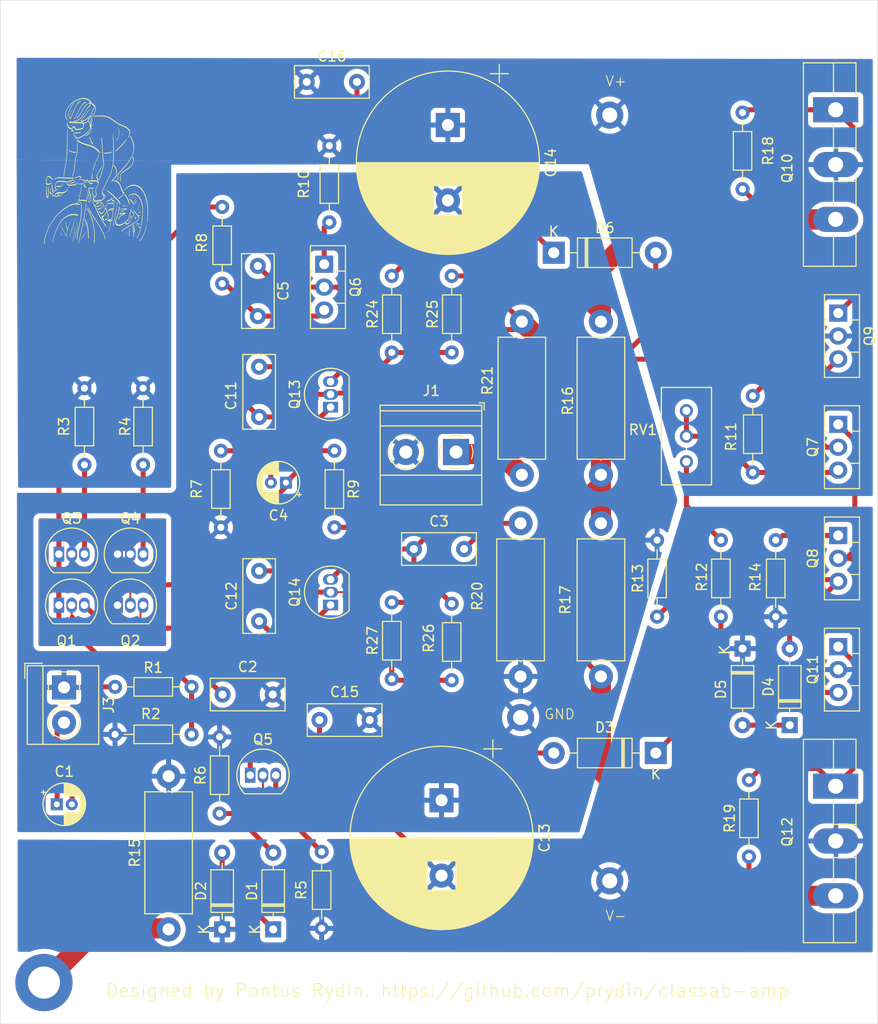
<source format=kicad_pcb>
(kicad_pcb (version 20240108) (generator "pcbnew") (generator_version "8.0")
  (layers (0 "F.Cu" signal) (31 "B.Cu" signal) (34 "B.Paste" user) (35 "F.Paste" user) (36 "B.SilkS" user "B.Silkscreen") (37 "F.SilkS" user "F.Silkscreen") (38 "B.Mask" user) (39 "F.Mask" user) (44 "Edge.Cuts" user))
  (net 0 "")
  (net 1 "Net-(D1-A)")
  (net 2 "Net-(D1-K)")
  (net 3 "Net-(D3-A)")
  (net 4 "Net-(D3-K)")
  (net 5 "Net-(D4-K)")
  (net 6 "Net-(D4-A)")
  (net 7 "Net-(Q1-B)")
  (net 8 "Net-(Q1-C)")
  (net 9 "Net-(Q1-E)")
  (net 10 "Net-(Q2-B)")
  (net 11 "Net-(Q3-E)")
  (net 12 "Net-(Q4-E)")
  (net 13 "Net-(Q5-E)")
  (net 14 "Net-(Q6-E)")
  (net 15 "Net-(Q6-B)")
  (net 16 "Net-(Q7-B)")
  (net 17 "Net-(Q10-E)")
  (net 18 "Net-(Q10-B)")
  (net 19 "Net-(Q8-E)")
  (net 20 "Net-(Q11-E)")
  (net 21 "Net-(Q12-E)")
  (net 22 "Net-(C1-Pad2)")
  (net 23 "Net-(C4-Pad2)")
  (net 24 "/INPUT")
  (net 25 "GND")
  (net 26 "Net-(C3-Pad2)")
  (net 27 "B+")
  (net 28 "B-")
  (net 29 "Net-(D6-A)")
  (net 30 "Net-(D6-K)")
  (net 31 "Net-(Q13-E)")
  (net 32 "Net-(Q13-B)")
  (net 33 "Net-(Q14-B)")
  (net 34 "Net-(R12-Pad1)")
  (net 35 "/SPEAKER")
  (net 36 "CHASSIS")
  (net 37 "/LTP COM")
  (footprint "MountingHole:MountingHole_2.1mm" (layer "F.Cu") (at 268 35)
    (property "Reference" "REF**" (hide yes))
    (property "Value" "MountingHole_2.1mm" (hide yes))
  )
  (footprint "Diode_THT:D_DO-35_SOD27_P7.62mm_Horizontal" (layer "F.Cu") (at 262.763 103.886 90)
    (property "Reference" "D4")
    (property "Value" "1N4148")
  )
  (footprint "Resistor_THT:R_Axial_DIN0414_L11.9mm_D4.5mm_P15.24mm_Horizontal" (layer "F.Cu") (at 243.963 63.732 -90)
    (property "Reference" "R16")
    (property "Value" "0.22")
  )
  (footprint "Package_TO_SOT_THT:TO-92_Inline" (layer "F.Cu") (at 209.042 108.866)
    (property "Reference" "Q5")
    (property "Value" "BC547")
  )
  (footprint "Resistor_THT:R_Axial_DIN0414_L11.9mm_D4.5mm_P15.24mm_Horizontal" (layer "F.Cu") (at 200.914 124.206 90)
    (property "Reference" "R15")
    (property "Value" "10")
  )
  (footprint "Resistor_THT:R_Axial_DIN0204_L3.6mm_D1.6mm_P7.62mm_Horizontal" (layer "F.Cu") (at 206.121 84.201 90)
    (property "Reference" "R7")
    (property "Value" "1k")
  )
  (footprint "Resistor_THT:R_Axial_DIN0204_L3.6mm_D1.6mm_P7.62mm_Horizontal" (layer "F.Cu") (at 223.135 99.292 90)
    (property "Reference" "R27")
    (property "Value" "1k")
  )
  (footprint "Resistor_THT:R_Axial_DIN0204_L3.6mm_D1.6mm_P7.62mm_Horizontal" (layer "F.Cu") (at 223.135 66.802 90)
    (property "Reference" "R24")
    (property "Value" "1k")
  )
  (footprint "Package_TO_SOT_THT:TO-92_Inline" (layer "F.Cu") (at 189.992 86.868)
    (property "Reference" "Q3")
    (property "Value" "BC557")
  )
  (footprint "Capacitor_THT:CP_Radial_D4.0mm_P1.50mm" (layer "F.Cu") (at 189.777401 111.76)
    (property "Reference" "C1")
    (property "Value" "33u")
  )
  (footprint "MountingHole:MountingHole_2.1mm" (layer "F.Cu") (at 267 129.5)
    (property "Reference" "REF**" (hide yes))
    (property "Value" "MountingHole_2.1mm" (hide yes))
  )
  (footprint "Resistor_THT:R_Axial_DIN0204_L3.6mm_D1.6mm_P7.62mm_Horizontal" (layer "F.Cu") (at 216.916 46.228 -90)
    (property "Reference" "R10")
    (property "Value" "1k")
  )
  (footprint "Capacitor_THT:CP_Radial_D4.0mm_P1.50mm" (layer "F.Cu") (at 212.598 79.756 180)
    (property "Reference" "C4")
    (property "Value" "220u")
  )
  (footprint "Resistor_THT:R_Axial_DIN0204_L3.6mm_D1.6mm_P7.62mm_Horizontal" (layer "F.Cu") (at 206.248 59.944 90)
    (property "Reference" "R8")
    (property "Value" "1k")
  )
  (footprint "" (layer "F.Cu") (at 243.84 119.38)
    (property "Reference" "")
    (property "Value" "")
  )
  (footprint "Capacitor_THT:C_Rect_L7.2mm_W3.0mm_P5.00mm_FKS2_FKP2_MKS2_MKP2" (layer "F.Cu") (at 219.67 39.878 180)
    (property "Reference" "C16")
    (property "Value" "100n")
  )
  (footprint "Resistor_THT:R_Axial_DIN0204_L3.6mm_D1.6mm_P7.62mm_Horizontal" (layer "F.Cu") (at 258.699 116.967 90)
    (property "Reference" "R19")
    (property "Value" "1.5k")
  )
  (footprint "" (layer "F.Cu") (at 234.966 103.124)
    (property "Reference" "")
    (property "Value" "")
  )
  (footprint "Package_TO_SOT_THT:TO-92_Inline" (layer "F.Cu") (at 217.039 72.241 90)
    (property "Reference" "Q13")
    (property "Value" "BC547")
  )
  (footprint "Package_TO_SOT_THT:TO-92_Inline" (layer "F.Cu") (at 195.834 91.948)
    (property "Reference" "Q2")
    (property "Value" "BC547")
  )
  (footprint "Diode_THT:D_DO-41_SOD81_P10.16mm_Horizontal" (layer "F.Cu") (at 239.264 56.874)
    (property "Reference" "D6")
    (property "Value" "1N4001")
  )
  (footprint "" (layer "F.Cu") (at 243.84 43.18)
    (property "Reference" "")
    (property "Value" "")
  )
  (footprint "Resistor_THT:R_Axial_DIN0204_L3.6mm_D1.6mm_P7.62mm_Horizontal" (layer "F.Cu") (at 217.424 76.581 -90)
    (property "Reference" "R9")
    (property "Value" "22k")
  )
  (footprint "Package_TO_SOT_THT:TO-264-3_Vertical" (layer "F.Cu") (at 267.34 42.6495 -90)
    (property "Reference" "Q10")
    (property "Value" "MJL3218C")
  )
  (footprint "Diode_THT:D_DO-35_SOD27_P7.62mm_Horizontal" (layer "F.Cu") (at 211.328 124.206 90)
    (property "Reference" "D1")
    (property "Value" "1N4148")
  )
  (footprint "Capacitor_THT:C_Rect_L7.2mm_W3.0mm_P5.00mm_FKS2_FKP2_MKS2_MKP2" (layer "F.Cu") (at 209.927 73.217 90)
    (property "Reference" "C11")
    (property "Value" "470p")
  )
  (footprint "Resistor_THT:R_Axial_DIN0204_L3.6mm_D1.6mm_P7.62mm_Horizontal" (layer "F.Cu") (at 205.994 112.676 90)
    (property "Reference" "R6")
    (property "Value" "47k")
  )
  (footprint "LOGO" (layer "F.Cu") (at 193.548 48.768)
    (property "Reference" "PIC1" (hide yes))
    (property "Value" "LOGO" (hide yes))
  )
  (footprint "" (layer "F.Cu") (at 187.5 129.5)
    (property "Reference" "")
    (property "Value" "")
  )
  (footprint "Resistor_THT:R_Axial_DIN0204_L3.6mm_D1.6mm_P7.62mm_Horizontal" (layer "F.Cu") (at 255.905 85.471 -90)
    (property "Reference" "R12")
    (property "Value" "6.8k")
  )
  (footprint "Resistor_THT:R_Axial_DIN0204_L3.6mm_D1.6mm_P7.62mm_Horizontal" (layer "F.Cu") (at 249.555 93.091 90)
    (property "Reference" "R13")
    (property "Value" "47k")
  )
  (footprint "Resistor_THT:R_Axial_DIN0204_L3.6mm_D1.6mm_P7.62mm_Horizontal" (layer "F.Cu") (at 229.108 66.802 90)
    (property "Reference" "R25")
    (property "Value" "8.2k")
  )
  (footprint "TerminalBlock_4Ucon:TerminalBlock_4Ucon_1x02_P3.50mm_Horizontal" (layer "F.Cu") (at 190.5 100.132 -90)
    (property "Reference" "J3")
    (property "Value" "INPUT")
  )
  (footprint "Resistor_THT:R_Axial_DIN0204_L3.6mm_D1.6mm_P7.62mm_Horizontal" (layer "F.Cu") (at 261.366 85.471 -90)
    (property "Reference" "R14")
    (property "Value" "1k")
  )
  (footprint "Resistor_THT:R_Axial_DIN0204_L3.6mm_D1.6mm_P7.62mm_Horizontal" (layer "F.Cu") (at 198.374 70.358 -90)
    (property "Reference" "R4")
    (property "Value" "1k")
  )
  (footprint "Capacitor_THT:C_Rect_L7.2mm_W3.0mm_P5.00mm_FKS2_FKP2_MKS2_MKP2" (layer "F.Cu") (at 209.927 93.537 90)
    (property "Reference" "C12")
    (property "Value" "470p")
  )
  (footprint "TerminalBlock_Phoenix:TerminalBlock_Phoenix_MKDS-1,5-2_1x02_P5.00mm_Horizontal" (layer "F.Cu") (at 229.536 76.708 180)
    (property "Reference" "J1")
    (property "Value" "SPEAKER")
  )
  (footprint "Capacitor_THT:C_Rect_L7.2mm_W3.0mm_P5.00mm_FKS2_FKP2_MKS2_MKP2" (layer "F.Cu") (at 209.8 63.184 90)
    (property "Reference" "C5")
    (property "Value" "50p")
  )
  (footprint "Resistor_THT:R_Axial_DIN0414_L11.9mm_D4.5mm_P15.24mm_Horizontal" (layer "F.Cu") (at 235.962 83.798 -90)
    (property "Reference" "R20")
    (property "Value" "10")
  )
  (footprint "Package_TO_SOT_THT:TO-264-3_Vertical" (layer "F.Cu") (at 267.34 109.9595 -90)
    (property "Reference" "Q12")
    (property "Value" "MJL1302C")
  )
  (footprint "Package_TO_SOT_THT:TO-92_Inline" (layer "F.Cu") (at 195.834 86.868)
    (property "Reference" "Q4")
    (property "Value" "BC557")
  )
  (footprint "Capacitor_THT:CP_Radial_D18.0mm_P7.50mm" (layer "F.Cu") (at 228.088 111.357 -90)
    (property "Reference" "C13")
    (property "Value" "4700u")
  )
  (footprint "Package_TO_SOT_THT:TO-92_Inline" (layer "F.Cu") (at 189.987 91.948)
    (property "Reference" "Q1")
    (property "Value" "BC547")
  )
  (footprint "Capacitor_THT:C_Rect_L7.2mm_W3.0mm_P5.00mm_FKS2_FKP2_MKS2_MKP2" (layer "F.Cu") (at 215.94 103.378)
    (property "Reference" "C15")
    (property "Value" "100n")
  )
  (footprint "Package_TO_SOT_THT:TO-92_Inline" (layer "F.Cu") (at 217.039 91.926 90)
    (property "Reference" "Q14")
    (property "Value" "BC557")
  )
  (footprint "Diode_THT:D_DO-35_SOD27_P7.62mm_Horizontal" (layer "F.Cu") (at 206.248 124.206 90)
    (property "Reference" "D2")
    (property "Value" "1N4148")
  )
  (footprint "Capacitor_THT:C_Rect_L7.2mm_W3.0mm_P5.00mm_FKS2_FKP2_MKS2_MKP2" (layer "F.Cu") (at 206.288 100.838)
    (property "Reference" "C2")
    (property "Value" "220p")
  )
  (footprint "Capacitor_THT:CP_Radial_D18.0mm_P7.50mm" (layer "F.Cu") (at 228.723 44.167 -90)
    (property "Reference" "C14")
    (property "Value" "4700u")
  )
  (footprint "MountingHole:MountingHole_2.1mm" (layer "F.Cu") (at 188.5 35)
    (property "Reference" "REF**" (hide yes))
    (property "Value" "MountingHole_2.1mm" (hide yes))
  )
  (footprint "footprints:TRIM_T93YA103KT20" (layer "F.Cu") (at 252.476 75.132)
    (property "Reference" "RV1")
    (property "Value" "10k")
  )
  (footprint "Resistor_THT:R_Axial_DIN0204_L3.6mm_D1.6mm_P7.62mm_Horizontal" (layer "F.Cu") (at 203.2 104.802 180)
    (property "Reference" "R2")
    (property "Value" "22k")
  )
  (footprint "Package_TO_SOT_THT:TO-126-3_Vertical" (layer "F.Cu") (at 267.59 96.0755 -90)
    (property "Reference" "Q11")
    (property "Value" "BD140")
  )
  (footprint "Resistor_THT:R_Axial_DIN0204_L3.6mm_D1.6mm_P7.62mm_Horizontal" (layer "F.Cu") (at 229.104 91.799 -90)
    (property "Reference" "R26")
    (property "Value" "8.2k")
  )
  (footprint "Resistor_THT:R_Axial_DIN0414_L11.9mm_D4.5mm_P15.24mm_Horizontal" (layer "F.Cu") (at 243.963 83.798 -90)
    (property "Reference" "R17")
    (property "Value" "0.22")
  )
  (footprint "Diode_THT:D_DO-35_SOD27_P7.62mm_Horizontal" (layer "F.Cu") (at 258.064 96.266 -90)
    (property "Reference" "D5")
    (property "Value" "1N4148")
  )
  (footprint "Package_TO_SOT_THT:TO-126-3_Vertical" (layer "F.Cu") (at 267.59 73.9475 -90)
    (property "Reference" "Q7")
    (property "Value" "BD139")
  )
  (footprint "Resistor_THT:R_Axial_DIN0204_L3.6mm_D1.6mm_P7.62mm_Horizontal" (layer "F.Cu") (at 259.08 71.12 -90)
    (property "Reference" "R11")
    (property "Value" "22k")
  )
  (footprint "Package_TO_SOT_THT:TO-126-3_Vertical" (layer "F.Cu") (at 267.59 85.0115 -90)
    (property "Reference" "Q8")
    (property "Value" "BD139")
  )
  (footprint "Resistor_THT:R_Axial_DIN0204_L3.6mm_D1.6mm_P7.62mm_Horizontal" (layer "F.Cu") (at 192.532 70.358 -90)
    (property "Reference" "R3")
    (property "Value" "1k")
  )
  (footprint "Resistor_THT:R_Axial_DIN0204_L3.6mm_D1.6mm_P7.62mm_Horizontal" (layer "F.Cu") (at 258.064 42.926 -90)
    (property "Reference" "R18")
    (property "Value" "1.5k")
  )
  (footprint "Package_TO_SOT_THT:TO-126-3_Vertical" (layer "F.Cu") (at 216.404 58.017 -90)
    (property "Reference" "Q6")
    (property "Value" "BD140")
  )
  (footprint "Capacitor_THT:C_Rect_L7.2mm_W3.0mm_P5.00mm_FKS2_FKP2_MKS2_MKP2" (layer "F.Cu") (at 225.338 86.36)
    (property "Reference" "C3")
    (property "Value" "100n")
  )
  (footprint "Resistor_THT:R_Axial_DIN0204_L3.6mm_D1.6mm_P7.62mm_Horizontal" (layer "F.Cu") (at 216.154 116.486 -90)
    (property "Reference" "R5")
    (property "Value" "2.2k")
  )
  (footprint "Resistor_THT:R_Axial_DIN0414_L11.9mm_D4.5mm_P15.24mm_Horizontal" (layer "F.Cu") (at 236.089 63.732 -90)
    (property "Reference" "R21")
    (property "Value" "10")
  )
  (footprint "Resistor_THT:R_Axial_DIN0204_L3.6mm_D1.6mm_P7.62mm_Horizontal" (layer "F.Cu") (at 195.58 100.076)
    (property "Reference" "R1")
    (property "Value" "2.2k")
  )
  (footprint "Package_TO_SOT_THT:TO-126-3_Vertical" (layer "F.Cu") (at 267.59 62.8835 -90)
    (property "Reference" "Q9")
    (property "Value" "BD139")
  )
  (footprint "Diode_THT:D_DO-41_SOD81_P10.16mm_Horizontal" (layer "F.Cu") (at 249.424 106.658 180)
    (property "Reference" "D3")
    (property "Value" "1N4001")
  )
  (gr_rect (start 184.15 31.75) (end 271.526 133.604) (stroke (width 0.05)) (fill none) (layer "Edge.Cuts"))
  (gr_text "V+" (at 244.348 40.386 0) (layer "F.SilkS") (effects (font (size 1 1) (thickness 0.1)) (justify left bottom)))
  (gr_text "V-" (at 244.348 123.444 0) (layer "F.SilkS") (effects (font (size 1 1) (thickness 0.1)) (justify left bottom)))
  (gr_text "Designed by Pontus Rydin. https://github.com/prydin/classab-amp" (at 194.564 131.064 0) (layer "F.SilkS") (effects (font (size 1.3 1.3) (thickness 0.1)) (justify left bottom)))
  (gr_text "GND" (at 238.252 103.378 0) (layer "F.SilkS") (effects (font (size 1 1) (thickness 0.1)) (justify left bottom)))
  (segment (start 210.312 108.866) (end 210.312 110.366) (width 0.2) (layer "F.Cu") (net 1))
  (segment (start 211.328 116.586) (end 208.534 113.792) (width 0.5) (layer "F.Cu") (net 1))
  (segment (start 208.534 112.676) (end 205.994 112.676) (width 0.5) (layer "F.Cu") (net 1))
  (segment (start 208.534 113.792) (end 208.534 112.676) (width 0.5) (layer "F.Cu") (net 1))
  (segment (start 210.312 110.898) (end 208.534 112.676) (width 0.5) (layer "F.Cu") (net 1))
  (segment (start 210.312 110.366) (end 210.312 110.898) (width 0.5) (layer "F.Cu") (net 1))
  (segment (start 206.248 116.586) (end 206.248 119.126) (width 0.5) (layer "F.Cu") (net 2))
  (segment (start 206.248 119.126) (end 211.328 124.206) (width 0.5) (layer "F.Cu") (net 2))
  (segment (start 214.372 97.768) (end 214.372 94.593) (width 0.5) (layer "F.Cu") (net 3))
  (segment (start 223.77 101.6) (end 218.204 101.6) (width 0.5) (layer "F.Cu") (net 3))
  (segment (start 235.2 106.658) (end 232.682 104.14) (width 0.5) (layer "F.Cu") (net 3))
  (segment (start 217.034 91.931) (end 217.039 91.931) (width 0.5) (layer "F.Cu") (net 3))
  (segment (start 214.158 97.768) (end 209.927 93.537) (width 0.5) (layer "F.Cu") (net 3))
  (segment (start 239.264 106.658) (end 235.2 106.658) (width 0.5) (layer "F.Cu") (net 3))
  (segment (start 232.682 104.14) (end 226.31 104.14) (width 0.5) (layer "F.Cu") (net 3))
  (segment (start 214.372 97.768) (end 214.158 97.768) (width 0.5) (layer "F.Cu") (net 3))
  (segment (start 218.204 101.6) (end 214.372 97.768) (width 0.5) (layer "F.Cu") (net 3))
  (segment (start 214.372 94.593) (end 217.034 91.931) (width 0.5) (layer "F.Cu") (net 3))
  (segment (start 226.31 104.14) (end 223.77 101.6) (width 0.5) (layer "F.Cu") (net 3))
  (segment (start 265.685 100.0405) (end 266.28 100.6355) (width 0.5) (layer "F.Cu") (net 4))
  (segment (start 255.424 100.658) (end 264.722 100.658) (width 0.5) (layer "F.Cu") (net 4))
  (segment (start 266.28 100.6355) (end 267.59 100.6355) (width 0.5) (layer "F.Cu") (net 4))
  (segment (start 269.241 75.5535) (end 267.635 73.9475) (width 0.5) (layer "F.Cu") (net 4))
  (segment (start 255.905 100.177) (end 255.257 100.825) (width 0.5) (layer "F.Cu") (net 4))
  (segment (start 267.59 87.2915) (end 268.9 87.2915) (width 0.5) (layer "F.Cu") (net 4))
  (segment (start 269.24 86.4425) (end 269.24 84.0305) (width 0.5) (layer "F.Cu") (net 4))
  (segment (start 264.722 100.658) (end 265.685 99.695) (width 0.5) (layer "F.Cu") (net 4))
  (segment (start 269.241 84.0295) (end 269.241 75.5535) (width 0.5) (layer "F.Cu") (net 4))
  (segment (start 267.635 73.9475) (end 267.59 73.9475) (width 0.5) (layer "F.Cu") (net 4))
  (segment (start 269.24 87.6315) (end 269.24 91.1705) (width 0.5) (layer "F.Cu") (net 4))
  (segment (start 255.905 93.091) (end 255.905 100.177) (width 0.5) (layer "F.Cu") (net 4))
  (segment (start 249.424 106.658) (end 255.257 100.825) (width 0.5) (layer "F.Cu") (net 4))
  (segment (start 267.59 87.2915) (end 268.391 87.2915) (width 0.5) (layer "F.Cu") (net 4))
  (segment (start 269.24 84.0305) (end 269.241 84.0295) (width 0.5) (layer "F.Cu") (net 4))
  (segment (start 265.685 99.695) (end 265.685 100.0405) (width 0.5) (layer "F.Cu") (net 4))
  (segment (start 268.9 87.2915) (end 269.24 87.6315) (width 0.5) (layer "F.Cu") (net 4))
  (segment (start 269.24 91.1705) (end 265.685 94.7255) (width 0.5) (layer "F.Cu") (net 4))
  (segment (start 265.685 94.7255) (end 265.685 99.695) (width 0.5) (layer "F.Cu") (net 4))
  (segment (start 268.391 87.2915) (end 269.24 86.4425) (width 0.5) (layer "F.Cu") (net 4))
  (segment (start 255.257 100.825) (end 255.424 100.658) (width 0.5) (layer "F.Cu") (net 4))
  (segment (start 262.763 103.886) (end 258.064 103.886) (width 0.5) (layer "F.Cu") (net 5))
  (segment (start 262.763 94.3985) (end 267.59 89.5715) (width 0.5) (layer "F.Cu") (net 6))
  (segment (start 249.555 93.091) (end 253.238 89.408) (width 0.5) (layer "F.Cu") (net 6))
  (segment (start 267.4265 89.408) (end 267.59 89.5715) (width 0.5) (layer "F.Cu") (net 6))
  (segment (start 253.238 89.408) (end 267.4265 89.408) (width 0.5) (layer "F.Cu") (net 6))
  (segment (start 262.763 96.901) (end 262.763 94.3985) (width 0.5) (layer "F.Cu") (net 6))
  (segment (start 206.288 100.838) (end 203.748 98.298) (width 0.5) (layer "F.Cu") (net 7))
  (segment (start 195.2244 98.298) (end 191.3332 94.4068) (width 0.5) (layer "F.Cu") (net 7))
  (segment (start 201.93 98.298) (end 195.2244 98.298) (width 0.5) (layer "F.Cu") (net 7))
  (segment (start 191.3332 94.4068) (end 191.3332 93.1418) (width 0.5) (layer "F.Cu") (net 7))
  (segment (start 191.257 91.948) (end 191.257 93.0656) (width 0.2) (layer "F.Cu") (net 7))
  (segment (start 191.257 93.0656) (end 191.3332 93.1418) (width 0.2) (layer "F.Cu") (net 7))
  (segment (start 203.748 98.298) (end 201.93 98.298) (width 0.5) (layer "F.Cu") (net 7))
  (segment (start 201.93 98.806) (end 201.93 98.298) (width 0.5) (layer "F.Cu") (net 7))
  (segment (start 203.2 104.548) (end 203.2 100.076) (width 0.5) (layer "F.Cu") (net 7))
  (segment (start 203.2 100.076) (end 201.93 98.806) (width 0.5) (layer "F.Cu") (net 7))
  (segment (start 189.982 91.948) (end 189.982 90.175) (width 0.5) (layer "F.Cu") (net 8))
  (segment (start 206.248 52.324) (end 204.216 52.324) (width 0.5) (layer "F.Cu") (net 8))
  (segment (start 189.728 91.694) (end 189.982 91.948) (width 0.5) (layer "F.Cu") (net 8))
  (segment (start 189.982 90.175) (end 189.987 90.17) (width 0.5) (layer "F.Cu") (net 8))
  (segment (start 189.987 90.17) (end 189.987 91.948) (width 0.2) (layer "F.Cu") (net 8))
  (segment (start 204.216 52.324) (end 189.987 66.553) (width 0.5) (layer "F.Cu") (net 8))
  (segment (start 189.987 66.553) (end 189.987 93.218) (width 0.5) (layer "F.Cu") (net 8))
  (segment (start 192.527 91.948) (end 193.289 92.71) (width 0.2) (layer "F.Cu") (net 9))
  (segment (start 209.037 97.531) (end 205.74 94.234) (width 0.5) (layer "F.Cu") (net 9))
  (segment (start 209.037 108.866) (end 209.037 97.531) (width 0.5) (layer "F.Cu") (net 9))
  (segment (start 198.115 94.234) (end 194.813 94.234) (width 0.5) (layer "F.Cu") (net 9))
  (segment (start 198.115 91.948) (end 198.115 94.234) (width 0.2) (layer "F.Cu") (net 9))
  (segment (start 205.74 94.234) (end 198.115 94.234) (width 0.5) (layer "F.Cu") (net 9))
  (segment (start 192.532 91.953) (end 192.532 91.948) (width 0.5) (layer "F.Cu") (net 9))
  (segment (start 193.289 92.71) (end 192.532 91.953) (width 0.5) (layer "F.Cu") (net 9))
  (segment (start 193.289 92.71) (end 194.813 94.234) (width 0.5) (layer "F.Cu") (net 9))
  (segment (start 197.104 89.916) (end 197.104 90.448) (width 0.5) (layer "F.Cu") (net 10))
  (segment (start 197.104 90.448) (end 197.104 91.948) (width 0.2) (layer "F.Cu") (net 10))
  (segment (start 212.598 80.165189) (end 202.847189 89.916) (width 0.5) (layer "F.Cu") (net 10))
  (segment (start 217.424 76.581) (end 215.773 76.581) (width 0.5) (layer "F.Cu") (net 10))
  (segment (start 202.847189 89.916) (end 197.104 89.916) (width 0.5) (layer "F.Cu") (net 10))
  (segment (start 215.773 76.581) (end 212.598 79.756) (width 0.5) (layer "F.Cu") (net 10))
  (segment (start 212.598 79.756) (end 212.598 80.165189) (width 0.5) (layer "F.Cu") (net 10))
  (segment (start 192.537 77.983) (end 192.537 86.868) (width 0.5) (layer "F.Cu") (net 11))
  (segment (start 192.532 77.978) (end 192.537 77.983) (width 0.5) (layer "F.Cu") (net 11))
  (segment (start 198.374 77.978) (end 198.379 77.983) (width 0.5) (layer "F.Cu") (net 12))
  (segment (start 198.379 77.983) (end 198.379 86.868) (width 0.5) (layer "F.Cu") (net 12))
  (segment (start 216.154 116.486) (end 211.587 111.919) (width 0.5) (layer "F.Cu") (net 13))
  (segment (start 211.587 111.919) (end 211.587 108.866) (width 0.5) (layer "F.Cu") (net 13))
  (segment (start 216.404 54.36) (end 216.916 53.848) (width 0.5) (layer "F.Cu") (net 14))
  (segment (start 216.404 58.017) (end 216.404 54.36) (width 0.5) (layer "F.Cu") (net 14))
  (segment (start 215.797 63.184) (end 216.404 62.577) (width 0.5) (layer "F.Cu") (net 15))
  (segment (start 206.248 59.944) (end 206.56 59.944) (width 0.5) (layer "F.Cu") (net 15))
  (segment (start 209.8 63.184) (end 215.797 63.184) (width 0.5) (layer "F.Cu") (net 15))
  (segment (start 206.56 59.944) (end 209.8 63.184) (width 0.5) (layer "F.Cu") (net 15))
  (segment (start 252.476 72.592) (end 252.476 75.132) (width 0.5) (layer "F.Cu") (net 16))
  (segment (start 259.08 78.74) (end 255.472 75.132) (width 0.5) (layer "F.Cu") (net 16))
  (segment (start 267.3575 78.74) (end 267.59 78.5075) (width 0.5) (layer "F.Cu") (net 16))
  (segment (start 259.08 78.74) (end 267.3575 78.74) (width 0.5) (layer "F.Cu") (net 16))
  (segment (start 255.472 75.132) (end 252.476 75.132) (width 0.5) (layer "F.Cu") (net 16))
  (segment (start 226.437 55.88) (end 234.188 55.88) (width 0.5) (layer "F.Cu") (net 17))
  (segment (start 223.135 59.182) (end 226.437 55.88) (width 0.5) (layer "F.Cu") (net 17))
  (segment (start 261.747 54.1845) (end 261.112 53.5495) (width 0.5) (layer "F.Cu") (net 17))
  (segment (start 261.112 53.5495) (end 267.34 53.5495) (width 2) (layer "F.Cu") (net 17))
  (segment (start 255.524 53.572) (end 255.5465 53.5495) (width 2) (layer "F.Cu") (net 17))
  (segment (start 243.963 63.732) (end 243.963 58.398) (width 2) (layer "F.Cu") (net 17))
  (segment (start 240.026 59.795) (end 243.963 63.732) (width 0.5) (layer "F.Cu") (net 17))
  (segment (start 255.5465 53.5495) (end 261.112 53.5495) (width 2) (layer "F.Cu") (net 17))
  (segment (start 238.103 59.795) (end 240.026 59.795) (width 0.5) (layer "F.Cu") (net 17))
  (segment (start 267.3175 53.572) (end 267.34 53.5495) (width 2) (layer "F.Cu") (net 17))
  (segment (start 243.963 58.398) (end 248.789 53.572) (width 2) (layer "F.Cu") (net 17))
  (segment (start 248.789 53.572) (end 267.3175 53.572) (width 2) (layer "F.Cu") (net 17))
  (segment (start 234.188 55.88) (end 238.103 59.795) (width 0.5) (layer "F.Cu") (net 17))
  (segment (start 258.064 50.546) (end 261.0675 53.5495) (width 0.5) (layer "F.Cu") (net 17))
  (segment (start 261.0675 53.5495) (end 267.34 53.5495) (width 0.5) (layer "F.Cu") (net 17))
  (segment (start 258.3405 42.6495) (end 258.064 42.926) (width 0.5) (layer "F.Cu") (net 18))
  (segment (start 270.34 45.6495) (end 267.34 42.6495) (width 0.5) (layer "F.Cu") (net 18))
  (segment (start 267.34 42.6495) (end 258.3405 42.6495) (width 0.5) (layer "F.Cu") (net 18))
  (segment (start 267.59 62.8835) (end 270.34 60.1335) (width 0.5) (layer "F.Cu") (net 18))
  (segment (start 270.34 60.1335) (end 270.34 45.6495) (width 0.5) (layer "F.Cu") (net 18))
  (segment (start 261.62 85.471) (end 262.0795 85.0115) (width 0.5) (layer "F.Cu") (net 19))
  (segment (start 261.366 85.471) (end 261.62 85.471) (width 0.5) (layer "F.Cu") (net 19))
  (segment (start 262.0795 85.0115) (end 267.59 85.0115) (width 0.5) (layer "F.Cu") (net 19))
  (segment (start 269.24 97.6805) (end 269.24 108.0595) (width 0.5) (layer "F.Cu") (net 20))
  (segment (start 259.969 108.204) (end 265.5845 108.204) (width 0.5) (layer "F.Cu") (net 20))
  (segment (start 269.24 108.0595) (end 267.34 109.9595) (width 0.5) (layer "F.Cu") (net 20))
  (segment (start 267.635 96.0755) (end 269.24 97.6805) (width 0.5) (layer "F.Cu") (net 20))
  (segment (start 259.842 108.204) (end 258.699 109.347) (width 0.5) (layer "F.Cu") (net 20))
  (segment (start 265.5845 108.204) (end 267.34 109.9595) (width 0.5) (layer "F.Cu") (net 20))
  (segment (start 267.59 96.0755) (end 267.635 96.0755) (width 0.5) (layer "F.Cu") (net 20))
  (segment (start 259.969 108.204) (end 259.842 108.204) (width 0.5) (layer "F.Cu") (net 20))
  (segment (start 243.963 99.038) (end 243.963 108.432) (width 2) (layer "F.Cu") (net 21))
  (segment (start 226.624 91.672) (end 232.04 97.088) (width 0.5) (layer "F.Cu") (net 21))
  (segment (start 258.699 118.596) (end 258.699 116.967) (width 0.5) (layer "F.Cu") (net 21))
  (segment (start 232.04 97.088) (end 242.013 97.088) (width 0.5) (layer "F.Cu") (net 21))
  (segment (start 256.4355 120.8595) (end 267.34 120.8595) (width 2) (layer "F.Cu") (net 21))
  (segment (start 256.4355 120.8595) (end 258.699 118.596) (width 0.5) (layer "F.Cu") (net 21))
  (segment (start 243.963 108.432) (end 256.413 120.882) (width 2) (layer "F.Cu") (net 21))
  (segment (start 256.413 120.882) (end 256.4355 120.8595) (width 2) (layer "F.Cu") (net 21))
  (segment (start 223.135 91.672) (end 226.624 91.672) (width 0.5) (layer "F.Cu") (net 21))
  (segment (start 242.013 97.088) (end 243.963 99.038) (width 0.5) (layer "F.Cu") (net 21))
  (segment (start 191.277401 111.76) (end 191.3128 111.724601) (width 0.5) (layer "F.Cu") (net 22))
  (segment (start 191.3128 111.724601) (end 191.3128 107.1372) (width 0.5) (layer "F.Cu") (net 22))
  (segment (start 193.548 100.738) (end 194.21 100.076) (width 0.5) (layer "F.Cu") (net 22))
  (segment (start 191.3128 107.1372) (end 193.548 104.902) (width 0.5) (layer "F.Cu") (net 22))
  (segment (start 194.21 100.076) (end 195.58 100.076) (width 0.5) (layer "F.Cu") (net 22))
  (segment (start 193.548 104.902) (end 193.548 100.738) (width 0.5) (layer "F.Cu") (net 22))
  (segment (start 211.098 79.756) (end 211.098 77.945) (width 0.5) (layer "F.Cu") (net 23))
  (segment (start 206.121 76.581) (end 209.734 76.581) (width 0.5) (layer "F.Cu") (net 23))
  (segment (start 211.098 77.945) (end 209.734 76.581) (width 0.5) (layer "F.Cu") (net 23))
  (segment (start 189.8128 111.724601) (end 189.777401 111.76) (width 0.5) (layer "F.Cu") (net 24))
  (segment (start 189.8128 104.3192) (end 189.8128 111.724601) (width 0.5) (layer "F.Cu") (net 24))
  (segment (start 190.5 103.632) (end 189.8128 104.3192) (width 0.5) (layer "F.Cu") (net 24))
  (segment (start 219.67 42.614) (end 228.723 51.667) (width 0.5) (layer "F.Cu") (net 25))
  (segment (start 219.67 39.878) (end 219.67 42.614) (width 0.5) (layer "F.Cu") (net 25))
  (segment (start 235.962 83.798) (end 232.9 83.798) (width 0.5) (layer "F.Cu") (net 26))
  (segment (start 232.9 83.798) (end 230.338 86.36) (width 0.5) (layer "F.Cu") (net 26))
  (segment (start 215.94 103.378) (end 215.94 106.709) (width 0.5) (layer "F.Cu") (net 28))
  (segment (start 215.94 106.709) (end 228.088 118.857) (width 0.5) (layer "F.Cu") (net 28))
  (segment (start 249.424 63.914) (end 249.424 56.874) (width 0.5) (layer "F.Cu") (net 29))
  (segment (start 244.939283 67.466) (end 245.872 67.466) (width 0.5) (layer "F.Cu") (net 29))
  (segment (start 260.096 70.104) (end 264.414 70.104) (width 0.5) (layer "F.Cu") (net 29))
  (segment (start 264.414 70.104) (end 265.68225 68.83575) (width 0.5) (layer "F.Cu") (net 29))
  (segment (start 211.913 60.297) (end 216.404 60.297) (width 0.5) (layer "F.Cu") (net 29))
  (segment (start 217.714 60.297) (end 216.404 60.297) (width 0.5) (layer "F.Cu") (net 29))
  (segment (start 259.08 71.12) (end 260.096 70.104) (width 0.5) (layer "F.Cu") (net 29))
  (segment (start 239.358642 61.885358) (end 239.255284 61.782) (width 0.5) (layer "F.Cu") (net 29))
  (segment (start 244.939283 67.466) (end 264.3125 67.466) (width 0.5) (layer "F.Cu") (net 29))
  (segment (start 239.358642 61.885358) (end 244.939283 67.466) (width 0.5) (layer "F.Cu") (net 29))
  (segment (start 265.94 69.0935) (end 265.94 75.7755) (width 0.5) (layer "F.Cu") (net 29))
  (segment (start 223.52 60.96) (end 218.377 60.96) (width 0.5) (layer "F.Cu") (net 29))
  (segment (start 239.255283 61.782) (end 239.358642 61.885358) (width 0.5) (layer "F.Cu") (net 29))
  (segment (start 239.255284 61.782) (end 237.55 61.782) (width 0.5) (layer "F.Cu") (net 29))
  (segment (start 265.94 75.7755) (end 266.392 76.2275) (width 0.5) (layer "F.Cu") (net 29))
  (segment (start 245.872 67.466) (end 249.424 63.914) (width 0.5) (layer "F.Cu") (net 29))
  (segment (start 237.55 61.782) (end 233.5 57.732) (width 0.5) (layer "F.Cu") (net 29))
  (segment (start 233.5 57.732) (end 226.748 57.732) (width 0.5) (layer "F.Cu") (net 29))
  (segment (start 267.59 67.4435) (end 265.94 69.0935) (width 0.5) (layer "F.Cu") (net 29))
  (segment (start 218.377 60.96) (end 217.714 60.297) (width 0.5) (layer "F.Cu") (net 29))
  (segment (start 209.8 58.184) (end 211.913 60.297) (width 0.5) (layer "F.Cu") (net 29))
  (segment (start 226.748 57.732) (end 223.52 60.96) (width 0.5) (layer "F.Cu") (net 29))
  (segment (start 264.3125 67.466) (end 265.94 69.0935) (width 0.5) (layer "F.Cu") (net 29))
  (segment (start 266.392 76.2275) (end 267.59 76.2275) (width 0.5) (layer "F.Cu") (net 29))
  (segment (start 211.582 50.546) (end 202.692 59.436) (width 0.5) (layer "F.Cu") (net 30))
  (segment (start 239.264 56.874) (end 236.746 54.356) (width 0.5) (layer "F.Cu") (net 30))
  (segment (start 216.068 73.217) (end 217.039 72.246) (width 0.5) (layer "F.Cu") (net 30))
  (segment (start 202.692 65.982) (end 209.927 73.217) (width 0.5) (layer "F.Cu") (net 30))
  (segment (start 209.673 73.217) (end 216.068 73.217) (width 0.5) (layer "F.Cu") (net 30))
  (segment (start 221.742 50.546) (end 211.582 50.546) (width 0.5) (layer "F.Cu") (net 30))
  (segment (start 225.552 54.356) (end 221.742 50.546) (width 0.5) (layer "F.Cu") (net 30))
  (segment (start 236.746 54.356) (end 225.552 54.356) (width 0.5) (layer "F.Cu") (net 30))
  (segment (start 202.692 59.436) (end 202.692 65.982) (width 0.5) (layer "F.Cu") (net 30))
  (segment (start 222.219 64.516) (end 217.039 69.696) (width 0.5) (layer "F.Cu") (net 31))
  (segment (start 225.338 86.36) (end 225.338 88.033) (width 0.5) (layer "F.Cu") (net 31))
  (segment (start 217.424 84.201) (end 219.321 84.201) (width 0.5) (layer "F.Cu") (net 31))
  (segment (start 235.305 64.516) (end 222.219 64.516) (width 0.5) (layer "F.Cu") (net 31))
  (segment (start 243.963 78.972) (end 243.963 84.052) (width 2) (layer "F.Cu") (net 31))
  (segment (start 243.963 78.972) (end 243.963 71.606) (width 2) (layer "F.Cu") (net 31))
  (segment (start 243.836 83.925) (end 243.963 83.798) (width 2) (layer "F.Cu") (net 31))
  (segment (start 231.539 59.182) (end 236.089 63.732) (width 0.5) (layer "F.Cu") (net 31))
  (segment (start 229.108 59.182) (end 231.539 59.182) (width 0.5) (layer "F.Cu") (net 31))
  (segment (start 243.963 71.606) (end 236.089 63.732) (width 2) (layer "F.Cu") (net 31))
  (segment (start 236.089 63.732) (end 235.305 64.516) (width 0.5) (layer "F.Cu") (net 31))
  (segment (start 220.77 85.65) (end 221.48 86.36) (width 0.5) (layer "F.Cu") (net 31))
  (segment (start 225.338 88.033) (end 229.104 91.799) (width 0.5) (layer "F.Cu") (net 31))
  (segment (start 241.147 81.788) (end 229.91 81.788) (width 0.5) (layer "F.Cu") (net 31))
  (segment (start 229.91 81.788) (end 225.338 86.36) (width 0.5) (layer "F.Cu") (net 31))
  (segment (start 220.77 85.65) (end 217.039 89.381) (width 0.5) (layer "F.Cu") (net 31))
  (segment (start 221.48 86.36) (end 225.338 86.36) (width 0.5) (layer "F.Cu") (net 31))
  (segment (start 241.147 81.788) (end 243.963 78.972) (width 0.5) (layer "F.Cu") (net 31))
  (segment (start 219.321 84.201) (end 220.77 85.65) (width 0.5) (layer "F.Cu") (net 31))
  (segment (start 215.539 70.966) (end 216.275878 70.966) (width 0.5) (layer "F.Cu") (net 32))
  (segment (start 223.135 67.161) (end 223.135 67.04) (width 0.5) (layer "F.Cu") (net 32))
  (segment (start 215.539 70.971) (end 215.539 70.966) (width 0.5) (layer "F.Cu") (net 32))
  (segment (start 214.88 70.971) (end 215.539 70.971) (width 0.5) (layer "F.Cu") (net 32))
  (segment (start 219.452 70.844) (end 223.135 67.161) (width 0.5) (layer "F.Cu") (net 32))
  (segment (start 223.135 66.802) (end 229.108 66.802) (width 0.5) (layer "F.Cu") (net 32))
  (segment (start 209.673 68.217) (end 212.126 68.217) (width 0.5) (layer "F.Cu") (net 32))
  (segment (start 217.928 70.844) (end 219.452 70.844) (width 0.5) (layer "F.Cu") (net 32))
  (segment (start 212.126 68.217) (end 214.88 70.971) (width 0.5) (layer "F.Cu") (net 32))
  (segment (start 219.18 90.656) (end 218.539 90.656) (width 0.5) (layer "F.Cu") (net 33))
  (segment (start 229.104 99.419) (end 223.262 99.419) (width 0.5) (layer "F.Cu") (net 33))
  (segment (start 213.65 88.537) (end 215.539 90.426) (width 0.5) (layer "F.Cu") (net 33))
  (segment (start 215.539 90.553) (end 215.637 90.651) (width 0.5) (layer "F.Cu") (net 33))
  (segment (start 223.262 99.419) (end 223.135 99.292) (width 0.5) (layer "F.Cu") (net 33))
  (segment (start 223.135 94.611) (end 219.18 90.656) (width 0.5) (layer "F.Cu") (net 33))
  (segment (start 223.135 99.292) (end 223.135 94.611) (width 0.5) (layer "F.Cu") (net 33))
  (segment (start 209.927 88.537) (end 213.65 88.537) (width 0.5) (layer "F.Cu") (net 33))
  (segment (start 218.539 90.656) (end 217.039 90.656) (width 0.2) (layer "F.Cu") (net 33))
  (segment (start 215.539 90.426) (end 215.539 90.553) (width 0.5) (layer "F.Cu") (net 33))
  (segment (start 215.637 90.651) (end 216.275878 90.651) (width 0.5) (layer "F.Cu") (net 33))
  (segment (start 252.476 82.042) (end 255.905 85.471) (width 0.5) (layer "F.Cu") (net 34))
  (segment (start 252.476 77.672) (end 252.476 82.042) (width 0.5) (layer "F.Cu") (net 34))
  (segment (start 234.028 76.911) (end 236.089 78.972) (width 2) (layer "F.Cu") (net 35))
  (segment (start 229.576 76.911) (end 234.028 76.911) (width 2) (layer "F.Cu") (net 35))
  (segment (start 200.914 124.206) (end 200.814 124.106) (width 2) (layer "F.Cu") (net 36))
  (segment (start 200.814 124.106) (end 193.894 124.106) (width 2) (layer "F.Cu") (net 36))
  (segment (start 193.894 124.106) (end 188.5 129.5) (width 2) (layer "F.Cu") (net 36))
  (zone (net 37) (net_name "/LTP COM") (layers "F&B.Cu") (priority 3) (connect_pads no (clearance 0)) (min_thickness 0.25) (fill yes (thermal_gap 0.5) (thermal_bridge_width 0.5) (island_removal_mode 1) (island_area_min 10))
    (polygon (pts (xy 187.96 83.312) (xy 200.66 83.312) (xy 200.66 96.012) (xy 187.96 96.012)))
  )
  (zone (net 28) (net_name "B-") (layer "B.Cu") (connect_pads (clearance 0.5)) (min_thickness 0.25) (fill yes (thermal_gap 0.5) (thermal_bridge_width 0.5))
    (polygon (pts (xy 242.058 115.167) (xy 252.218 82.147) (xy 271.141 82.147) (xy 271.018 126.492) (xy 185.8772 126.4412) (xy 185.8772 115.2652) (xy 196.596 115.316) (xy 224.913 115.167)))
  )
  (zone (net 27) (net_name "B+") (layer "B.Cu") (priority 2) (connect_pads (clearance 0)) (min_thickness 0.25) (fill yes (thermal_gap 0.5) (thermal_bridge_width 0.5))
    (polygon (pts (xy 185.778444 47.635949) (xy 201.168 47.752) (xy 201.168 80.264) (xy 185.928 80.264)))
  )
  (zone (net 25) (net_name "GND") (layer "B.Cu") (priority 1) (connect_pads (clearance 0.5)) (min_thickness 0.25) (fill yes (thermal_gap 0.5) (thermal_bridge_width 0.5) (smoothing chamfer))
    (polygon (pts (xy 185.801 49.0474) (xy 242.058 48.768) (xy 251.583 81.512) (xy 241.808 114.554) (xy 219.198 114.532) (xy 185.8518 114.5286) (xy 185.801 64.0334) (xy 185.5978 56.5912)))
  )
  (zone (net 27) (net_name "B+") (layer "B.Cu") (connect_pads (clearance 0.5)) (min_thickness 0.25) (fill yes (thermal_gap 0.5) (thermal_bridge_width 0.5))
    (polygon (pts (xy 242.749195 48.06492) (xy 252.274195 81.08492) (xy 271.197195 81.08492) (xy 271.526 37.592) (xy 185.778444 37.475949) (xy 185.778444 48.143949) (xy 225.604195 48.06492)))
  )
)
</source>
